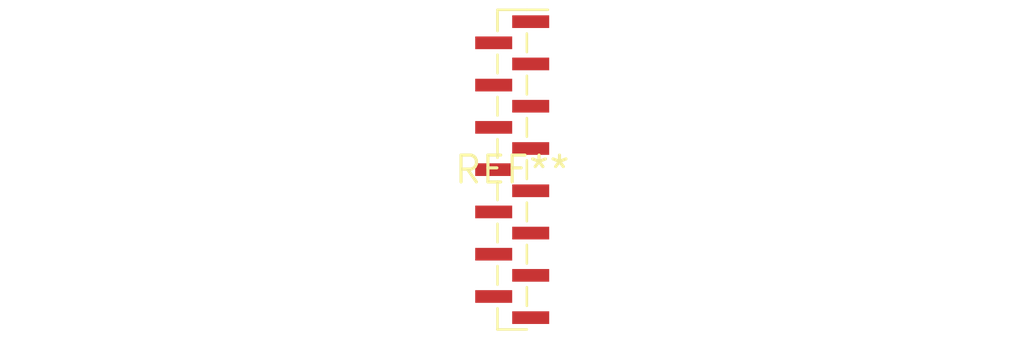
<source format=kicad_pcb>
(kicad_pcb (version 20240108) (generator pcbnew)
  (layers (0 "F.Cu" signal) (31 "B.Cu" signal) (34 "B.Paste" user) (35 "F.Paste" user) (36 "B.SilkS" user "B.Silkscreen") (37 "F.SilkS" user "F.Silkscreen") (38 "B.Mask" user) (39 "F.Mask" user) (44 "Edge.Cuts" user))
  (net 0 "")
  (footprint "PinHeader_1x15_P1.00mm_Vertical_SMD_Pin1Right" (layer "F.Cu") (at 0 0)
    (property "Reference" "REF**")
    (property "Value" "PinHeader_1x15_P1.00mm_Vertical_SMD_Pin1Right")
    (fp_line (start -0.695 -7.56) (end -0.695 -6.56) (layer "F.SilkS") (stroke (width 0.12)))
    (fp_line (start -0.695 -7.56) (end 0.695 -7.56) (layer "F.SilkS") (stroke (width 0.12)))
    (fp_line (start -0.695 -7.44) (end -0.695 -6.56) (layer "F.SilkS") (stroke (width 0.12)))
    (fp_line (start -0.695 -5.44) (end -0.695 -4.56) (layer "F.SilkS") (stroke (width 0.12)))
    (fp_line (start -0.695 -3.44) (end -0.695 -2.56) (layer "F.SilkS") (stroke (width 0.12)))
    (fp_line (start -0.695 -1.44) (end -0.695 -0.56) (layer "F.SilkS") (stroke (width 0.12)))
    (fp_line (start -0.695 0.56) (end -0.695 1.44) (layer "F.SilkS") (stroke (width 0.12)))
    (fp_line (start -0.695 2.56) (end -0.695 3.44) (layer "F.SilkS") (stroke (width 0.12)))
    (fp_line (start -0.695 4.56) (end -0.695 5.44) (layer "F.SilkS") (stroke (width 0.12)))
    (fp_line (start -0.695 6.56) (end -0.695 7.56) (layer "F.SilkS") (stroke (width 0.12)))
    (fp_line (start -0.695 7.56) (end -0.695 7.56) (layer "F.SilkS") (stroke (width 0.12)))
    (fp_line (start -0.695 7.56) (end 0.695 7.56) (layer "F.SilkS") (stroke (width 0.12)))
    (fp_line (start 0.695 -7.56) (end 0.695 -7.56) (layer "F.SilkS") (stroke (width 0.12)))
    (fp_line (start 0.695 -7.56) (end 1.69 -7.56) (layer "F.SilkS") (stroke (width 0.12)))
    (fp_line (start 0.695 -6.44) (end 0.695 -5.56) (layer "F.SilkS") (stroke (width 0.12)))
    (fp_line (start 0.695 -4.44) (end 0.695 -3.56) (layer "F.SilkS") (stroke (width 0.12)))
    (fp_line (start 0.695 -2.44) (end 0.695 -1.56) (layer "F.SilkS") (stroke (width 0.12)))
    (fp_line (start 0.695 -0.44) (end 0.695 0.44) (layer "F.SilkS") (stroke (width 0.12)))
    (fp_line (start 0.695 1.56) (end 0.695 2.44) (layer "F.SilkS") (stroke (width 0.12)))
    (fp_line (start 0.695 3.56) (end 0.695 4.44) (layer "F.SilkS") (stroke (width 0.12)))
    (fp_line (start 0.695 5.56) (end 0.695 6.44) (layer "F.SilkS") (stroke (width 0.12)))
    (pad "1" smd rect (at 0.875 -7) (size 1.75 0.6) (layers "F.Cu" "F.Paste" "F.Mask"))
    (pad "2" smd rect (at -0.875 -6) (size 1.75 0.6) (layers "F.Cu" "F.Paste" "F.Mask"))
    (pad "3" smd rect (at 0.875 -5) (size 1.75 0.6) (layers "F.Cu" "F.Paste" "F.Mask"))
    (pad "4" smd rect (at -0.875 -4) (size 1.75 0.6) (layers "F.Cu" "F.Paste" "F.Mask"))
    (pad "5" smd rect (at 0.875 -3) (size 1.75 0.6) (layers "F.Cu" "F.Paste" "F.Mask"))
    (pad "6" smd rect (at -0.875 -2) (size 1.75 0.6) (layers "F.Cu" "F.Paste" "F.Mask"))
    (pad "7" smd rect (at 0.875 -1) (size 1.75 0.6) (layers "F.Cu" "F.Paste" "F.Mask"))
    (pad "8" smd rect (at -0.875 0) (size 1.75 0.6) (layers "F.Cu" "F.Paste" "F.Mask"))
    (pad "9" smd rect (at 0.875 1) (size 1.75 0.6) (layers "F.Cu" "F.Paste" "F.Mask"))
    (pad "10" smd rect (at -0.875 2) (size 1.75 0.6) (layers "F.Cu" "F.Paste" "F.Mask"))
    (pad "11" smd rect (at 0.875 3) (size 1.75 0.6) (layers "F.Cu" "F.Paste" "F.Mask"))
    (pad "12" smd rect (at -0.875 4) (size 1.75 0.6) (layers "F.Cu" "F.Paste" "F.Mask"))
    (pad "13" smd rect (at 0.875 5) (size 1.75 0.6) (layers "F.Cu" "F.Paste" "F.Mask"))
    (pad "14" smd rect (at -0.875 6) (size 1.75 0.6) (layers "F.Cu" "F.Paste" "F.Mask"))
    (pad "15" smd rect (at 0.875 7) (size 1.75 0.6) (layers "F.Cu" "F.Paste" "F.Mask"))
  )
)
</source>
